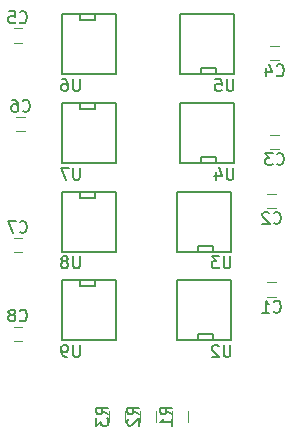
<source format=gbr>
G04 #@! TF.FileFunction,Legend,Bot*
%FSLAX46Y46*%
G04 Gerber Fmt 4.6, Leading zero omitted, Abs format (unit mm)*
G04 Created by KiCad (PCBNEW 4.0.4-stable) date Wednesday, 26 April 2017 'PMt' 10:40:54 PM*
%MOMM*%
%LPD*%
G01*
G04 APERTURE LIST*
%ADD10C,0.100000*%
%ADD11C,0.150000*%
%ADD12C,0.120000*%
G04 APERTURE END LIST*
D10*
D11*
X78036000Y-96540000D02*
X78036000Y-91460000D01*
X78036000Y-91460000D02*
X73464000Y-91460000D01*
X73464000Y-91460000D02*
X73464000Y-96540000D01*
X73464000Y-96540000D02*
X78036000Y-96540000D01*
X76512000Y-96540000D02*
X76512000Y-96032000D01*
X76512000Y-96032000D02*
X75242000Y-96032000D01*
X75242000Y-96032000D02*
X75242000Y-96540000D01*
X78036000Y-89040000D02*
X78036000Y-83960000D01*
X78036000Y-83960000D02*
X73464000Y-83960000D01*
X73464000Y-83960000D02*
X73464000Y-89040000D01*
X73464000Y-89040000D02*
X78036000Y-89040000D01*
X76512000Y-89040000D02*
X76512000Y-88532000D01*
X76512000Y-88532000D02*
X75242000Y-88532000D01*
X75242000Y-88532000D02*
X75242000Y-89040000D01*
X78286000Y-81540000D02*
X78286000Y-76460000D01*
X78286000Y-76460000D02*
X73714000Y-76460000D01*
X73714000Y-76460000D02*
X73714000Y-81540000D01*
X73714000Y-81540000D02*
X78286000Y-81540000D01*
X76762000Y-81540000D02*
X76762000Y-81032000D01*
X76762000Y-81032000D02*
X75492000Y-81032000D01*
X75492000Y-81032000D02*
X75492000Y-81540000D01*
X78286000Y-74040000D02*
X78286000Y-68960000D01*
X78286000Y-68960000D02*
X73714000Y-68960000D01*
X73714000Y-68960000D02*
X73714000Y-74040000D01*
X73714000Y-74040000D02*
X78286000Y-74040000D01*
X76762000Y-74040000D02*
X76762000Y-73532000D01*
X76762000Y-73532000D02*
X75492000Y-73532000D01*
X75492000Y-73532000D02*
X75492000Y-74040000D01*
X63714000Y-68960000D02*
X63714000Y-74040000D01*
X63714000Y-74040000D02*
X68286000Y-74040000D01*
X68286000Y-74040000D02*
X68286000Y-68960000D01*
X68286000Y-68960000D02*
X63714000Y-68960000D01*
X65238000Y-68960000D02*
X65238000Y-69468000D01*
X65238000Y-69468000D02*
X66508000Y-69468000D01*
X66508000Y-69468000D02*
X66508000Y-68960000D01*
X63714000Y-76460000D02*
X63714000Y-81540000D01*
X63714000Y-81540000D02*
X68286000Y-81540000D01*
X68286000Y-81540000D02*
X68286000Y-76460000D01*
X68286000Y-76460000D02*
X63714000Y-76460000D01*
X65238000Y-76460000D02*
X65238000Y-76968000D01*
X65238000Y-76968000D02*
X66508000Y-76968000D01*
X66508000Y-76968000D02*
X66508000Y-76460000D01*
X63714000Y-83960000D02*
X63714000Y-89040000D01*
X63714000Y-89040000D02*
X68286000Y-89040000D01*
X68286000Y-89040000D02*
X68286000Y-83960000D01*
X68286000Y-83960000D02*
X63714000Y-83960000D01*
X65238000Y-83960000D02*
X65238000Y-84468000D01*
X65238000Y-84468000D02*
X66508000Y-84468000D01*
X66508000Y-84468000D02*
X66508000Y-83960000D01*
X63714000Y-91460000D02*
X63714000Y-96540000D01*
X63714000Y-96540000D02*
X68286000Y-96540000D01*
X68286000Y-96540000D02*
X68286000Y-91460000D01*
X68286000Y-91460000D02*
X63714000Y-91460000D01*
X65238000Y-91460000D02*
X65238000Y-91968000D01*
X65238000Y-91968000D02*
X66508000Y-91968000D01*
X66508000Y-91968000D02*
X66508000Y-91460000D01*
D12*
X81150000Y-92850000D02*
X81850000Y-92850000D01*
X81850000Y-91650000D02*
X81150000Y-91650000D01*
X81150000Y-85350000D02*
X81850000Y-85350000D01*
X81850000Y-84150000D02*
X81150000Y-84150000D01*
X81400000Y-80350000D02*
X82100000Y-80350000D01*
X82100000Y-79150000D02*
X81400000Y-79150000D01*
X81400000Y-72850000D02*
X82100000Y-72850000D01*
X82100000Y-71650000D02*
X81400000Y-71650000D01*
X60350000Y-70150000D02*
X59650000Y-70150000D01*
X59650000Y-71350000D02*
X60350000Y-71350000D01*
X60600000Y-77650000D02*
X59900000Y-77650000D01*
X59900000Y-78850000D02*
X60600000Y-78850000D01*
X60350000Y-87900000D02*
X59650000Y-87900000D01*
X59650000Y-89100000D02*
X60350000Y-89100000D01*
X60350000Y-95400000D02*
X59650000Y-95400000D01*
X59650000Y-96600000D02*
X60350000Y-96600000D01*
X74430000Y-103500000D02*
X74430000Y-102500000D01*
X73070000Y-102500000D02*
X73070000Y-103500000D01*
X71680000Y-103500000D02*
X71680000Y-102500000D01*
X70320000Y-102500000D02*
X70320000Y-103500000D01*
X69080000Y-103500000D02*
X69080000Y-102500000D01*
X67720000Y-102500000D02*
X67720000Y-103500000D01*
D11*
X78011905Y-96952381D02*
X78011905Y-97761905D01*
X77964286Y-97857143D01*
X77916667Y-97904762D01*
X77821429Y-97952381D01*
X77630952Y-97952381D01*
X77535714Y-97904762D01*
X77488095Y-97857143D01*
X77440476Y-97761905D01*
X77440476Y-96952381D01*
X77011905Y-97047619D02*
X76964286Y-97000000D01*
X76869048Y-96952381D01*
X76630952Y-96952381D01*
X76535714Y-97000000D01*
X76488095Y-97047619D01*
X76440476Y-97142857D01*
X76440476Y-97238095D01*
X76488095Y-97380952D01*
X77059524Y-97952381D01*
X76440476Y-97952381D01*
X78011905Y-89452381D02*
X78011905Y-90261905D01*
X77964286Y-90357143D01*
X77916667Y-90404762D01*
X77821429Y-90452381D01*
X77630952Y-90452381D01*
X77535714Y-90404762D01*
X77488095Y-90357143D01*
X77440476Y-90261905D01*
X77440476Y-89452381D01*
X77059524Y-89452381D02*
X76440476Y-89452381D01*
X76773810Y-89833333D01*
X76630952Y-89833333D01*
X76535714Y-89880952D01*
X76488095Y-89928571D01*
X76440476Y-90023810D01*
X76440476Y-90261905D01*
X76488095Y-90357143D01*
X76535714Y-90404762D01*
X76630952Y-90452381D01*
X76916667Y-90452381D01*
X77011905Y-90404762D01*
X77059524Y-90357143D01*
X78261905Y-81952381D02*
X78261905Y-82761905D01*
X78214286Y-82857143D01*
X78166667Y-82904762D01*
X78071429Y-82952381D01*
X77880952Y-82952381D01*
X77785714Y-82904762D01*
X77738095Y-82857143D01*
X77690476Y-82761905D01*
X77690476Y-81952381D01*
X76785714Y-82285714D02*
X76785714Y-82952381D01*
X77023810Y-81904762D02*
X77261905Y-82619048D01*
X76642857Y-82619048D01*
X78261905Y-74452381D02*
X78261905Y-75261905D01*
X78214286Y-75357143D01*
X78166667Y-75404762D01*
X78071429Y-75452381D01*
X77880952Y-75452381D01*
X77785714Y-75404762D01*
X77738095Y-75357143D01*
X77690476Y-75261905D01*
X77690476Y-74452381D01*
X76738095Y-74452381D02*
X77214286Y-74452381D01*
X77261905Y-74928571D01*
X77214286Y-74880952D01*
X77119048Y-74833333D01*
X76880952Y-74833333D01*
X76785714Y-74880952D01*
X76738095Y-74928571D01*
X76690476Y-75023810D01*
X76690476Y-75261905D01*
X76738095Y-75357143D01*
X76785714Y-75404762D01*
X76880952Y-75452381D01*
X77119048Y-75452381D01*
X77214286Y-75404762D01*
X77261905Y-75357143D01*
X65261905Y-74452381D02*
X65261905Y-75261905D01*
X65214286Y-75357143D01*
X65166667Y-75404762D01*
X65071429Y-75452381D01*
X64880952Y-75452381D01*
X64785714Y-75404762D01*
X64738095Y-75357143D01*
X64690476Y-75261905D01*
X64690476Y-74452381D01*
X63785714Y-74452381D02*
X63976191Y-74452381D01*
X64071429Y-74500000D01*
X64119048Y-74547619D01*
X64214286Y-74690476D01*
X64261905Y-74880952D01*
X64261905Y-75261905D01*
X64214286Y-75357143D01*
X64166667Y-75404762D01*
X64071429Y-75452381D01*
X63880952Y-75452381D01*
X63785714Y-75404762D01*
X63738095Y-75357143D01*
X63690476Y-75261905D01*
X63690476Y-75023810D01*
X63738095Y-74928571D01*
X63785714Y-74880952D01*
X63880952Y-74833333D01*
X64071429Y-74833333D01*
X64166667Y-74880952D01*
X64214286Y-74928571D01*
X64261905Y-75023810D01*
X65261905Y-81952381D02*
X65261905Y-82761905D01*
X65214286Y-82857143D01*
X65166667Y-82904762D01*
X65071429Y-82952381D01*
X64880952Y-82952381D01*
X64785714Y-82904762D01*
X64738095Y-82857143D01*
X64690476Y-82761905D01*
X64690476Y-81952381D01*
X64309524Y-81952381D02*
X63642857Y-81952381D01*
X64071429Y-82952381D01*
X65261905Y-89452381D02*
X65261905Y-90261905D01*
X65214286Y-90357143D01*
X65166667Y-90404762D01*
X65071429Y-90452381D01*
X64880952Y-90452381D01*
X64785714Y-90404762D01*
X64738095Y-90357143D01*
X64690476Y-90261905D01*
X64690476Y-89452381D01*
X64071429Y-89880952D02*
X64166667Y-89833333D01*
X64214286Y-89785714D01*
X64261905Y-89690476D01*
X64261905Y-89642857D01*
X64214286Y-89547619D01*
X64166667Y-89500000D01*
X64071429Y-89452381D01*
X63880952Y-89452381D01*
X63785714Y-89500000D01*
X63738095Y-89547619D01*
X63690476Y-89642857D01*
X63690476Y-89690476D01*
X63738095Y-89785714D01*
X63785714Y-89833333D01*
X63880952Y-89880952D01*
X64071429Y-89880952D01*
X64166667Y-89928571D01*
X64214286Y-89976190D01*
X64261905Y-90071429D01*
X64261905Y-90261905D01*
X64214286Y-90357143D01*
X64166667Y-90404762D01*
X64071429Y-90452381D01*
X63880952Y-90452381D01*
X63785714Y-90404762D01*
X63738095Y-90357143D01*
X63690476Y-90261905D01*
X63690476Y-90071429D01*
X63738095Y-89976190D01*
X63785714Y-89928571D01*
X63880952Y-89880952D01*
X65261905Y-96952381D02*
X65261905Y-97761905D01*
X65214286Y-97857143D01*
X65166667Y-97904762D01*
X65071429Y-97952381D01*
X64880952Y-97952381D01*
X64785714Y-97904762D01*
X64738095Y-97857143D01*
X64690476Y-97761905D01*
X64690476Y-96952381D01*
X64166667Y-97952381D02*
X63976191Y-97952381D01*
X63880952Y-97904762D01*
X63833333Y-97857143D01*
X63738095Y-97714286D01*
X63690476Y-97523810D01*
X63690476Y-97142857D01*
X63738095Y-97047619D01*
X63785714Y-97000000D01*
X63880952Y-96952381D01*
X64071429Y-96952381D01*
X64166667Y-97000000D01*
X64214286Y-97047619D01*
X64261905Y-97142857D01*
X64261905Y-97380952D01*
X64214286Y-97476190D01*
X64166667Y-97523810D01*
X64071429Y-97571429D01*
X63880952Y-97571429D01*
X63785714Y-97523810D01*
X63738095Y-97476190D01*
X63690476Y-97380952D01*
X81666666Y-94107143D02*
X81714285Y-94154762D01*
X81857142Y-94202381D01*
X81952380Y-94202381D01*
X82095238Y-94154762D01*
X82190476Y-94059524D01*
X82238095Y-93964286D01*
X82285714Y-93773810D01*
X82285714Y-93630952D01*
X82238095Y-93440476D01*
X82190476Y-93345238D01*
X82095238Y-93250000D01*
X81952380Y-93202381D01*
X81857142Y-93202381D01*
X81714285Y-93250000D01*
X81666666Y-93297619D01*
X80714285Y-94202381D02*
X81285714Y-94202381D01*
X81000000Y-94202381D02*
X81000000Y-93202381D01*
X81095238Y-93345238D01*
X81190476Y-93440476D01*
X81285714Y-93488095D01*
X81666666Y-86607143D02*
X81714285Y-86654762D01*
X81857142Y-86702381D01*
X81952380Y-86702381D01*
X82095238Y-86654762D01*
X82190476Y-86559524D01*
X82238095Y-86464286D01*
X82285714Y-86273810D01*
X82285714Y-86130952D01*
X82238095Y-85940476D01*
X82190476Y-85845238D01*
X82095238Y-85750000D01*
X81952380Y-85702381D01*
X81857142Y-85702381D01*
X81714285Y-85750000D01*
X81666666Y-85797619D01*
X81285714Y-85797619D02*
X81238095Y-85750000D01*
X81142857Y-85702381D01*
X80904761Y-85702381D01*
X80809523Y-85750000D01*
X80761904Y-85797619D01*
X80714285Y-85892857D01*
X80714285Y-85988095D01*
X80761904Y-86130952D01*
X81333333Y-86702381D01*
X80714285Y-86702381D01*
X81916666Y-81607143D02*
X81964285Y-81654762D01*
X82107142Y-81702381D01*
X82202380Y-81702381D01*
X82345238Y-81654762D01*
X82440476Y-81559524D01*
X82488095Y-81464286D01*
X82535714Y-81273810D01*
X82535714Y-81130952D01*
X82488095Y-80940476D01*
X82440476Y-80845238D01*
X82345238Y-80750000D01*
X82202380Y-80702381D01*
X82107142Y-80702381D01*
X81964285Y-80750000D01*
X81916666Y-80797619D01*
X81583333Y-80702381D02*
X80964285Y-80702381D01*
X81297619Y-81083333D01*
X81154761Y-81083333D01*
X81059523Y-81130952D01*
X81011904Y-81178571D01*
X80964285Y-81273810D01*
X80964285Y-81511905D01*
X81011904Y-81607143D01*
X81059523Y-81654762D01*
X81154761Y-81702381D01*
X81440476Y-81702381D01*
X81535714Y-81654762D01*
X81583333Y-81607143D01*
X81916666Y-74107143D02*
X81964285Y-74154762D01*
X82107142Y-74202381D01*
X82202380Y-74202381D01*
X82345238Y-74154762D01*
X82440476Y-74059524D01*
X82488095Y-73964286D01*
X82535714Y-73773810D01*
X82535714Y-73630952D01*
X82488095Y-73440476D01*
X82440476Y-73345238D01*
X82345238Y-73250000D01*
X82202380Y-73202381D01*
X82107142Y-73202381D01*
X81964285Y-73250000D01*
X81916666Y-73297619D01*
X81059523Y-73535714D02*
X81059523Y-74202381D01*
X81297619Y-73154762D02*
X81535714Y-73869048D01*
X80916666Y-73869048D01*
X60166666Y-69607143D02*
X60214285Y-69654762D01*
X60357142Y-69702381D01*
X60452380Y-69702381D01*
X60595238Y-69654762D01*
X60690476Y-69559524D01*
X60738095Y-69464286D01*
X60785714Y-69273810D01*
X60785714Y-69130952D01*
X60738095Y-68940476D01*
X60690476Y-68845238D01*
X60595238Y-68750000D01*
X60452380Y-68702381D01*
X60357142Y-68702381D01*
X60214285Y-68750000D01*
X60166666Y-68797619D01*
X59261904Y-68702381D02*
X59738095Y-68702381D01*
X59785714Y-69178571D01*
X59738095Y-69130952D01*
X59642857Y-69083333D01*
X59404761Y-69083333D01*
X59309523Y-69130952D01*
X59261904Y-69178571D01*
X59214285Y-69273810D01*
X59214285Y-69511905D01*
X59261904Y-69607143D01*
X59309523Y-69654762D01*
X59404761Y-69702381D01*
X59642857Y-69702381D01*
X59738095Y-69654762D01*
X59785714Y-69607143D01*
X60416666Y-77107143D02*
X60464285Y-77154762D01*
X60607142Y-77202381D01*
X60702380Y-77202381D01*
X60845238Y-77154762D01*
X60940476Y-77059524D01*
X60988095Y-76964286D01*
X61035714Y-76773810D01*
X61035714Y-76630952D01*
X60988095Y-76440476D01*
X60940476Y-76345238D01*
X60845238Y-76250000D01*
X60702380Y-76202381D01*
X60607142Y-76202381D01*
X60464285Y-76250000D01*
X60416666Y-76297619D01*
X59559523Y-76202381D02*
X59750000Y-76202381D01*
X59845238Y-76250000D01*
X59892857Y-76297619D01*
X59988095Y-76440476D01*
X60035714Y-76630952D01*
X60035714Y-77011905D01*
X59988095Y-77107143D01*
X59940476Y-77154762D01*
X59845238Y-77202381D01*
X59654761Y-77202381D01*
X59559523Y-77154762D01*
X59511904Y-77107143D01*
X59464285Y-77011905D01*
X59464285Y-76773810D01*
X59511904Y-76678571D01*
X59559523Y-76630952D01*
X59654761Y-76583333D01*
X59845238Y-76583333D01*
X59940476Y-76630952D01*
X59988095Y-76678571D01*
X60035714Y-76773810D01*
X60166666Y-87357143D02*
X60214285Y-87404762D01*
X60357142Y-87452381D01*
X60452380Y-87452381D01*
X60595238Y-87404762D01*
X60690476Y-87309524D01*
X60738095Y-87214286D01*
X60785714Y-87023810D01*
X60785714Y-86880952D01*
X60738095Y-86690476D01*
X60690476Y-86595238D01*
X60595238Y-86500000D01*
X60452380Y-86452381D01*
X60357142Y-86452381D01*
X60214285Y-86500000D01*
X60166666Y-86547619D01*
X59833333Y-86452381D02*
X59166666Y-86452381D01*
X59595238Y-87452381D01*
X60166666Y-94857143D02*
X60214285Y-94904762D01*
X60357142Y-94952381D01*
X60452380Y-94952381D01*
X60595238Y-94904762D01*
X60690476Y-94809524D01*
X60738095Y-94714286D01*
X60785714Y-94523810D01*
X60785714Y-94380952D01*
X60738095Y-94190476D01*
X60690476Y-94095238D01*
X60595238Y-94000000D01*
X60452380Y-93952381D01*
X60357142Y-93952381D01*
X60214285Y-94000000D01*
X60166666Y-94047619D01*
X59595238Y-94380952D02*
X59690476Y-94333333D01*
X59738095Y-94285714D01*
X59785714Y-94190476D01*
X59785714Y-94142857D01*
X59738095Y-94047619D01*
X59690476Y-94000000D01*
X59595238Y-93952381D01*
X59404761Y-93952381D01*
X59309523Y-94000000D01*
X59261904Y-94047619D01*
X59214285Y-94142857D01*
X59214285Y-94190476D01*
X59261904Y-94285714D01*
X59309523Y-94333333D01*
X59404761Y-94380952D01*
X59595238Y-94380952D01*
X59690476Y-94428571D01*
X59738095Y-94476190D01*
X59785714Y-94571429D01*
X59785714Y-94761905D01*
X59738095Y-94857143D01*
X59690476Y-94904762D01*
X59595238Y-94952381D01*
X59404761Y-94952381D01*
X59309523Y-94904762D01*
X59261904Y-94857143D01*
X59214285Y-94761905D01*
X59214285Y-94571429D01*
X59261904Y-94476190D01*
X59309523Y-94428571D01*
X59404761Y-94380952D01*
X73052381Y-102833334D02*
X72576190Y-102500000D01*
X73052381Y-102261905D02*
X72052381Y-102261905D01*
X72052381Y-102642858D01*
X72100000Y-102738096D01*
X72147619Y-102785715D01*
X72242857Y-102833334D01*
X72385714Y-102833334D01*
X72480952Y-102785715D01*
X72528571Y-102738096D01*
X72576190Y-102642858D01*
X72576190Y-102261905D01*
X73052381Y-103785715D02*
X73052381Y-103214286D01*
X73052381Y-103500000D02*
X72052381Y-103500000D01*
X72195238Y-103404762D01*
X72290476Y-103309524D01*
X72338095Y-103214286D01*
X70252381Y-102833334D02*
X69776190Y-102500000D01*
X70252381Y-102261905D02*
X69252381Y-102261905D01*
X69252381Y-102642858D01*
X69300000Y-102738096D01*
X69347619Y-102785715D01*
X69442857Y-102833334D01*
X69585714Y-102833334D01*
X69680952Y-102785715D01*
X69728571Y-102738096D01*
X69776190Y-102642858D01*
X69776190Y-102261905D01*
X69347619Y-103214286D02*
X69300000Y-103261905D01*
X69252381Y-103357143D01*
X69252381Y-103595239D01*
X69300000Y-103690477D01*
X69347619Y-103738096D01*
X69442857Y-103785715D01*
X69538095Y-103785715D01*
X69680952Y-103738096D01*
X70252381Y-103166667D01*
X70252381Y-103785715D01*
X67652381Y-102833334D02*
X67176190Y-102500000D01*
X67652381Y-102261905D02*
X66652381Y-102261905D01*
X66652381Y-102642858D01*
X66700000Y-102738096D01*
X66747619Y-102785715D01*
X66842857Y-102833334D01*
X66985714Y-102833334D01*
X67080952Y-102785715D01*
X67128571Y-102738096D01*
X67176190Y-102642858D01*
X67176190Y-102261905D01*
X66652381Y-103166667D02*
X66652381Y-103785715D01*
X67033333Y-103452381D01*
X67033333Y-103595239D01*
X67080952Y-103690477D01*
X67128571Y-103738096D01*
X67223810Y-103785715D01*
X67461905Y-103785715D01*
X67557143Y-103738096D01*
X67604762Y-103690477D01*
X67652381Y-103595239D01*
X67652381Y-103309524D01*
X67604762Y-103214286D01*
X67557143Y-103166667D01*
M02*

</source>
